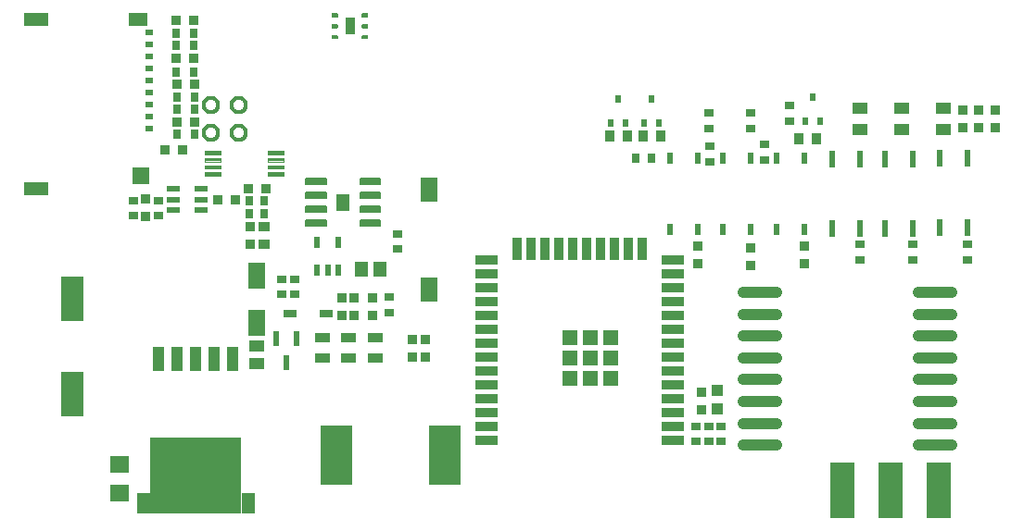
<source format=gbr>
G04 EAGLE Gerber RS-274X export*
G75*
%MOMM*%
%FSLAX34Y34*%
%LPD*%
%INSolderpaste Top*%
%IPPOS*%
%AMOC8*
5,1,8,0,0,1.08239X$1,22.5*%
G01*
%ADD10C,0.304800*%
%ADD11R,1.000000X1.100000*%
%ADD12R,2.000000X0.900000*%
%ADD13R,0.900000X2.000000*%
%ADD14R,1.330000X1.330000*%
%ADD15R,0.950000X0.900000*%
%ADD16R,0.900000X0.650000*%
%ADD17R,1.400000X0.900000*%
%ADD18R,0.940000X0.800000*%
%ADD19R,2.900000X5.400000*%
%ADD20R,1.550000X2.350000*%
%ADD21R,1.470000X1.020000*%
%ADD22R,2.000000X4.100000*%
%ADD23R,1.020000X2.160000*%
%ADD24R,8.330000X6.990000*%
%ADD25R,1.235000X1.910000*%
%ADD26R,1.200000X0.550000*%
%ADD27C,0.100000*%
%ADD28R,1.290000X1.640000*%
%ADD29C,0.150000*%
%ADD30R,0.900000X0.950000*%
%ADD31R,1.210000X0.730000*%
%ADD32R,0.558800X1.320800*%
%ADD33R,0.508000X1.320800*%
%ADD34R,0.800000X0.940000*%
%ADD35R,0.550000X1.050000*%
%ADD36R,1.200000X1.450000*%
%ADD37R,1.000000X0.900000*%
%ADD38C,1.016000*%
%ADD39R,2.286000X5.080000*%
%ADD40R,0.950000X1.520000*%
%ADD41R,1.820000X1.610000*%
%ADD42R,0.750000X0.500000*%
%ADD43R,1.800000X1.200000*%
%ADD44R,2.200000X1.200000*%
%ADD45R,1.500000X1.600000*%
%ADD46R,0.800000X0.950000*%
%ADD47R,1.600000X2.180000*%
%ADD48R,0.600000X1.500000*%
%ADD49R,1.450000X1.000000*%
%ADD50R,0.600000X1.000000*%
%ADD51R,0.650000X0.900000*%
%ADD52R,0.900000X1.000000*%
%ADD53R,0.500000X0.750000*%

G36*
X326427Y484557D02*
X326427Y484557D01*
X326422Y484564D01*
X326429Y484570D01*
X326429Y488570D01*
X326393Y488617D01*
X326386Y488612D01*
X326380Y488619D01*
X321380Y488619D01*
X321359Y488603D01*
X321345Y488605D01*
X320345Y487605D01*
X320344Y487593D01*
X320337Y487588D01*
X320342Y487581D01*
X320342Y487578D01*
X320331Y487570D01*
X320331Y485570D01*
X320347Y485549D01*
X320345Y485535D01*
X321345Y484535D01*
X321372Y484532D01*
X321380Y484521D01*
X326380Y484521D01*
X326427Y484557D01*
G37*
G36*
X326427Y504557D02*
X326427Y504557D01*
X326422Y504564D01*
X326429Y504570D01*
X326429Y508570D01*
X326393Y508617D01*
X326386Y508612D01*
X326380Y508619D01*
X321380Y508619D01*
X321359Y508603D01*
X321345Y508605D01*
X320345Y507605D01*
X320344Y507593D01*
X320337Y507588D01*
X320342Y507581D01*
X320342Y507578D01*
X320331Y507570D01*
X320331Y505570D01*
X320347Y505549D01*
X320345Y505535D01*
X321345Y504535D01*
X321372Y504532D01*
X321380Y504521D01*
X326380Y504521D01*
X326427Y504557D01*
G37*
G36*
X326427Y494557D02*
X326427Y494557D01*
X326422Y494564D01*
X326429Y494570D01*
X326429Y498570D01*
X326393Y498617D01*
X326386Y498612D01*
X326380Y498619D01*
X321380Y498619D01*
X321359Y498603D01*
X321345Y498605D01*
X320345Y497605D01*
X320344Y497593D01*
X320337Y497588D01*
X320342Y497581D01*
X320342Y497578D01*
X320331Y497570D01*
X320331Y495570D01*
X320347Y495549D01*
X320345Y495535D01*
X321345Y494535D01*
X321372Y494532D01*
X321380Y494521D01*
X326380Y494521D01*
X326427Y494557D01*
G37*
G36*
X298401Y504537D02*
X298401Y504537D01*
X298415Y504535D01*
X299415Y505535D01*
X299419Y505562D01*
X299429Y505570D01*
X299429Y507570D01*
X299413Y507591D01*
X299415Y507605D01*
X298415Y508605D01*
X298391Y508608D01*
X298391Y508609D01*
X298388Y508609D01*
X298380Y508619D01*
X293380Y508619D01*
X293333Y508583D01*
X293338Y508577D01*
X293333Y508573D01*
X293333Y508572D01*
X293331Y508570D01*
X293331Y504570D01*
X293367Y504523D01*
X293374Y504528D01*
X293380Y504521D01*
X298380Y504521D01*
X298401Y504537D01*
G37*
G36*
X298401Y494537D02*
X298401Y494537D01*
X298415Y494535D01*
X299415Y495535D01*
X299419Y495562D01*
X299429Y495570D01*
X299429Y497570D01*
X299413Y497591D01*
X299415Y497605D01*
X298415Y498605D01*
X298391Y498608D01*
X298391Y498609D01*
X298388Y498609D01*
X298380Y498619D01*
X293380Y498619D01*
X293333Y498583D01*
X293338Y498577D01*
X293333Y498573D01*
X293333Y498572D01*
X293331Y498570D01*
X293331Y494570D01*
X293367Y494523D01*
X293374Y494528D01*
X293380Y494521D01*
X298380Y494521D01*
X298401Y494537D01*
G37*
G36*
X298401Y484537D02*
X298401Y484537D01*
X298415Y484535D01*
X299415Y485535D01*
X299419Y485562D01*
X299429Y485570D01*
X299429Y487570D01*
X299413Y487591D01*
X299415Y487605D01*
X298415Y488605D01*
X298391Y488608D01*
X298388Y488608D01*
X298388Y488609D01*
X298380Y488619D01*
X293380Y488619D01*
X293333Y488583D01*
X293338Y488576D01*
X293333Y488573D01*
X293333Y488572D01*
X293331Y488570D01*
X293331Y484570D01*
X293367Y484523D01*
X293374Y484528D01*
X293380Y484521D01*
X298380Y484521D01*
X298401Y484537D01*
G37*
D10*
X176276Y398780D02*
X176278Y398942D01*
X176284Y399104D01*
X176294Y399266D01*
X176308Y399427D01*
X176326Y399588D01*
X176347Y399749D01*
X176373Y399909D01*
X176403Y400068D01*
X176436Y400227D01*
X176474Y400385D01*
X176515Y400541D01*
X176560Y400697D01*
X176609Y400852D01*
X176662Y401005D01*
X176719Y401157D01*
X176779Y401307D01*
X176843Y401456D01*
X176910Y401604D01*
X176981Y401749D01*
X177056Y401893D01*
X177134Y402035D01*
X177216Y402175D01*
X177301Y402313D01*
X177389Y402449D01*
X177481Y402583D01*
X177576Y402714D01*
X177674Y402843D01*
X177775Y402970D01*
X177879Y403094D01*
X177987Y403215D01*
X178097Y403334D01*
X178210Y403450D01*
X178326Y403563D01*
X178445Y403673D01*
X178566Y403781D01*
X178690Y403885D01*
X178817Y403986D01*
X178946Y404084D01*
X179077Y404179D01*
X179211Y404271D01*
X179347Y404359D01*
X179485Y404444D01*
X179625Y404526D01*
X179767Y404604D01*
X179911Y404679D01*
X180056Y404750D01*
X180204Y404817D01*
X180353Y404881D01*
X180503Y404941D01*
X180655Y404998D01*
X180808Y405051D01*
X180963Y405100D01*
X181119Y405145D01*
X181275Y405186D01*
X181433Y405224D01*
X181592Y405257D01*
X181751Y405287D01*
X181911Y405313D01*
X182072Y405334D01*
X182233Y405352D01*
X182394Y405366D01*
X182556Y405376D01*
X182718Y405382D01*
X182880Y405384D01*
X183042Y405382D01*
X183204Y405376D01*
X183366Y405366D01*
X183527Y405352D01*
X183688Y405334D01*
X183849Y405313D01*
X184009Y405287D01*
X184168Y405257D01*
X184327Y405224D01*
X184485Y405186D01*
X184641Y405145D01*
X184797Y405100D01*
X184952Y405051D01*
X185105Y404998D01*
X185257Y404941D01*
X185407Y404881D01*
X185556Y404817D01*
X185704Y404750D01*
X185849Y404679D01*
X185993Y404604D01*
X186135Y404526D01*
X186275Y404444D01*
X186413Y404359D01*
X186549Y404271D01*
X186683Y404179D01*
X186814Y404084D01*
X186943Y403986D01*
X187070Y403885D01*
X187194Y403781D01*
X187315Y403673D01*
X187434Y403563D01*
X187550Y403450D01*
X187663Y403334D01*
X187773Y403215D01*
X187881Y403094D01*
X187985Y402970D01*
X188086Y402843D01*
X188184Y402714D01*
X188279Y402583D01*
X188371Y402449D01*
X188459Y402313D01*
X188544Y402175D01*
X188626Y402035D01*
X188704Y401893D01*
X188779Y401749D01*
X188850Y401604D01*
X188917Y401456D01*
X188981Y401307D01*
X189041Y401157D01*
X189098Y401005D01*
X189151Y400852D01*
X189200Y400697D01*
X189245Y400541D01*
X189286Y400385D01*
X189324Y400227D01*
X189357Y400068D01*
X189387Y399909D01*
X189413Y399749D01*
X189434Y399588D01*
X189452Y399427D01*
X189466Y399266D01*
X189476Y399104D01*
X189482Y398942D01*
X189484Y398780D01*
X189482Y398618D01*
X189476Y398456D01*
X189466Y398294D01*
X189452Y398133D01*
X189434Y397972D01*
X189413Y397811D01*
X189387Y397651D01*
X189357Y397492D01*
X189324Y397333D01*
X189286Y397175D01*
X189245Y397019D01*
X189200Y396863D01*
X189151Y396708D01*
X189098Y396555D01*
X189041Y396403D01*
X188981Y396253D01*
X188917Y396104D01*
X188850Y395956D01*
X188779Y395811D01*
X188704Y395667D01*
X188626Y395525D01*
X188544Y395385D01*
X188459Y395247D01*
X188371Y395111D01*
X188279Y394977D01*
X188184Y394846D01*
X188086Y394717D01*
X187985Y394590D01*
X187881Y394466D01*
X187773Y394345D01*
X187663Y394226D01*
X187550Y394110D01*
X187434Y393997D01*
X187315Y393887D01*
X187194Y393779D01*
X187070Y393675D01*
X186943Y393574D01*
X186814Y393476D01*
X186683Y393381D01*
X186549Y393289D01*
X186413Y393201D01*
X186275Y393116D01*
X186135Y393034D01*
X185993Y392956D01*
X185849Y392881D01*
X185704Y392810D01*
X185556Y392743D01*
X185407Y392679D01*
X185257Y392619D01*
X185105Y392562D01*
X184952Y392509D01*
X184797Y392460D01*
X184641Y392415D01*
X184485Y392374D01*
X184327Y392336D01*
X184168Y392303D01*
X184009Y392273D01*
X183849Y392247D01*
X183688Y392226D01*
X183527Y392208D01*
X183366Y392194D01*
X183204Y392184D01*
X183042Y392178D01*
X182880Y392176D01*
X182718Y392178D01*
X182556Y392184D01*
X182394Y392194D01*
X182233Y392208D01*
X182072Y392226D01*
X181911Y392247D01*
X181751Y392273D01*
X181592Y392303D01*
X181433Y392336D01*
X181275Y392374D01*
X181119Y392415D01*
X180963Y392460D01*
X180808Y392509D01*
X180655Y392562D01*
X180503Y392619D01*
X180353Y392679D01*
X180204Y392743D01*
X180056Y392810D01*
X179911Y392881D01*
X179767Y392956D01*
X179625Y393034D01*
X179485Y393116D01*
X179347Y393201D01*
X179211Y393289D01*
X179077Y393381D01*
X178946Y393476D01*
X178817Y393574D01*
X178690Y393675D01*
X178566Y393779D01*
X178445Y393887D01*
X178326Y393997D01*
X178210Y394110D01*
X178097Y394226D01*
X177987Y394345D01*
X177879Y394466D01*
X177775Y394590D01*
X177674Y394717D01*
X177576Y394846D01*
X177481Y394977D01*
X177389Y395111D01*
X177301Y395247D01*
X177216Y395385D01*
X177134Y395525D01*
X177056Y395667D01*
X176981Y395811D01*
X176910Y395956D01*
X176843Y396104D01*
X176779Y396253D01*
X176719Y396403D01*
X176662Y396555D01*
X176609Y396708D01*
X176560Y396863D01*
X176515Y397019D01*
X176474Y397175D01*
X176436Y397333D01*
X176403Y397492D01*
X176373Y397651D01*
X176347Y397811D01*
X176326Y397972D01*
X176308Y398133D01*
X176294Y398294D01*
X176284Y398456D01*
X176278Y398618D01*
X176276Y398780D01*
X201657Y398780D02*
X201659Y398943D01*
X201665Y399105D01*
X201675Y399267D01*
X201689Y399429D01*
X201707Y399591D01*
X201729Y399752D01*
X201755Y399912D01*
X201784Y400072D01*
X201818Y400231D01*
X201855Y400389D01*
X201897Y400546D01*
X201942Y400703D01*
X201991Y400858D01*
X202044Y401011D01*
X202101Y401164D01*
X202161Y401315D01*
X202225Y401464D01*
X202293Y401612D01*
X202364Y401758D01*
X202439Y401902D01*
X202517Y402044D01*
X202599Y402185D01*
X202685Y402323D01*
X202773Y402460D01*
X202865Y402594D01*
X202960Y402725D01*
X203059Y402855D01*
X203160Y402982D01*
X203265Y403106D01*
X203373Y403228D01*
X203483Y403347D01*
X203597Y403463D01*
X203713Y403577D01*
X203832Y403687D01*
X203954Y403795D01*
X204078Y403900D01*
X204205Y404001D01*
X204335Y404100D01*
X204466Y404195D01*
X204600Y404287D01*
X204737Y404375D01*
X204875Y404461D01*
X205016Y404543D01*
X205158Y404621D01*
X205302Y404696D01*
X205448Y404767D01*
X205596Y404835D01*
X205745Y404899D01*
X205896Y404959D01*
X206049Y405016D01*
X206202Y405069D01*
X206357Y405118D01*
X206514Y405163D01*
X206671Y405205D01*
X206829Y405242D01*
X206988Y405276D01*
X207148Y405305D01*
X207308Y405331D01*
X207469Y405353D01*
X207631Y405371D01*
X207793Y405385D01*
X207955Y405395D01*
X208117Y405401D01*
X208280Y405403D01*
X208443Y405401D01*
X208605Y405395D01*
X208767Y405385D01*
X208929Y405371D01*
X209091Y405353D01*
X209252Y405331D01*
X209412Y405305D01*
X209572Y405276D01*
X209731Y405242D01*
X209889Y405205D01*
X210046Y405163D01*
X210203Y405118D01*
X210358Y405069D01*
X210511Y405016D01*
X210664Y404959D01*
X210815Y404899D01*
X210964Y404835D01*
X211112Y404767D01*
X211258Y404696D01*
X211402Y404621D01*
X211544Y404543D01*
X211685Y404461D01*
X211823Y404375D01*
X211960Y404287D01*
X212094Y404195D01*
X212225Y404100D01*
X212355Y404001D01*
X212482Y403900D01*
X212606Y403795D01*
X212728Y403687D01*
X212847Y403577D01*
X212963Y403463D01*
X213077Y403347D01*
X213187Y403228D01*
X213295Y403106D01*
X213400Y402982D01*
X213501Y402855D01*
X213600Y402725D01*
X213695Y402594D01*
X213787Y402460D01*
X213875Y402323D01*
X213961Y402185D01*
X214043Y402044D01*
X214121Y401902D01*
X214196Y401758D01*
X214267Y401612D01*
X214335Y401464D01*
X214399Y401315D01*
X214459Y401164D01*
X214516Y401011D01*
X214569Y400858D01*
X214618Y400703D01*
X214663Y400546D01*
X214705Y400389D01*
X214742Y400231D01*
X214776Y400072D01*
X214805Y399912D01*
X214831Y399752D01*
X214853Y399591D01*
X214871Y399429D01*
X214885Y399267D01*
X214895Y399105D01*
X214901Y398943D01*
X214903Y398780D01*
X214901Y398617D01*
X214895Y398455D01*
X214885Y398293D01*
X214871Y398131D01*
X214853Y397969D01*
X214831Y397808D01*
X214805Y397648D01*
X214776Y397488D01*
X214742Y397329D01*
X214705Y397171D01*
X214663Y397014D01*
X214618Y396857D01*
X214569Y396702D01*
X214516Y396549D01*
X214459Y396396D01*
X214399Y396245D01*
X214335Y396096D01*
X214267Y395948D01*
X214196Y395802D01*
X214121Y395658D01*
X214043Y395516D01*
X213961Y395375D01*
X213875Y395237D01*
X213787Y395100D01*
X213695Y394966D01*
X213600Y394835D01*
X213501Y394705D01*
X213400Y394578D01*
X213295Y394454D01*
X213187Y394332D01*
X213077Y394213D01*
X212963Y394097D01*
X212847Y393983D01*
X212728Y393873D01*
X212606Y393765D01*
X212482Y393660D01*
X212355Y393559D01*
X212225Y393460D01*
X212094Y393365D01*
X211960Y393273D01*
X211823Y393185D01*
X211685Y393099D01*
X211544Y393017D01*
X211402Y392939D01*
X211258Y392864D01*
X211112Y392793D01*
X210964Y392725D01*
X210815Y392661D01*
X210664Y392601D01*
X210511Y392544D01*
X210358Y392491D01*
X210203Y392442D01*
X210046Y392397D01*
X209889Y392355D01*
X209731Y392318D01*
X209572Y392284D01*
X209412Y392255D01*
X209252Y392229D01*
X209091Y392207D01*
X208929Y392189D01*
X208767Y392175D01*
X208605Y392165D01*
X208443Y392159D01*
X208280Y392157D01*
X208117Y392159D01*
X207955Y392165D01*
X207793Y392175D01*
X207631Y392189D01*
X207469Y392207D01*
X207308Y392229D01*
X207148Y392255D01*
X206988Y392284D01*
X206829Y392318D01*
X206671Y392355D01*
X206514Y392397D01*
X206357Y392442D01*
X206202Y392491D01*
X206049Y392544D01*
X205896Y392601D01*
X205745Y392661D01*
X205596Y392725D01*
X205448Y392793D01*
X205302Y392864D01*
X205158Y392939D01*
X205016Y393017D01*
X204875Y393099D01*
X204737Y393185D01*
X204600Y393273D01*
X204466Y393365D01*
X204335Y393460D01*
X204205Y393559D01*
X204078Y393660D01*
X203954Y393765D01*
X203832Y393873D01*
X203713Y393983D01*
X203597Y394097D01*
X203483Y394213D01*
X203373Y394332D01*
X203265Y394454D01*
X203160Y394578D01*
X203059Y394705D01*
X202960Y394835D01*
X202865Y394966D01*
X202773Y395100D01*
X202685Y395237D01*
X202599Y395375D01*
X202517Y395516D01*
X202439Y395658D01*
X202364Y395802D01*
X202293Y395948D01*
X202225Y396096D01*
X202161Y396245D01*
X202101Y396396D01*
X202044Y396549D01*
X201991Y396702D01*
X201942Y396857D01*
X201897Y397014D01*
X201855Y397171D01*
X201818Y397329D01*
X201784Y397488D01*
X201755Y397648D01*
X201729Y397808D01*
X201707Y397969D01*
X201689Y398131D01*
X201675Y398293D01*
X201665Y398455D01*
X201659Y398617D01*
X201657Y398780D01*
X176276Y424180D02*
X176278Y424342D01*
X176284Y424504D01*
X176294Y424666D01*
X176308Y424827D01*
X176326Y424988D01*
X176347Y425149D01*
X176373Y425309D01*
X176403Y425468D01*
X176436Y425627D01*
X176474Y425785D01*
X176515Y425941D01*
X176560Y426097D01*
X176609Y426252D01*
X176662Y426405D01*
X176719Y426557D01*
X176779Y426707D01*
X176843Y426856D01*
X176910Y427004D01*
X176981Y427149D01*
X177056Y427293D01*
X177134Y427435D01*
X177216Y427575D01*
X177301Y427713D01*
X177389Y427849D01*
X177481Y427983D01*
X177576Y428114D01*
X177674Y428243D01*
X177775Y428370D01*
X177879Y428494D01*
X177987Y428615D01*
X178097Y428734D01*
X178210Y428850D01*
X178326Y428963D01*
X178445Y429073D01*
X178566Y429181D01*
X178690Y429285D01*
X178817Y429386D01*
X178946Y429484D01*
X179077Y429579D01*
X179211Y429671D01*
X179347Y429759D01*
X179485Y429844D01*
X179625Y429926D01*
X179767Y430004D01*
X179911Y430079D01*
X180056Y430150D01*
X180204Y430217D01*
X180353Y430281D01*
X180503Y430341D01*
X180655Y430398D01*
X180808Y430451D01*
X180963Y430500D01*
X181119Y430545D01*
X181275Y430586D01*
X181433Y430624D01*
X181592Y430657D01*
X181751Y430687D01*
X181911Y430713D01*
X182072Y430734D01*
X182233Y430752D01*
X182394Y430766D01*
X182556Y430776D01*
X182718Y430782D01*
X182880Y430784D01*
X183042Y430782D01*
X183204Y430776D01*
X183366Y430766D01*
X183527Y430752D01*
X183688Y430734D01*
X183849Y430713D01*
X184009Y430687D01*
X184168Y430657D01*
X184327Y430624D01*
X184485Y430586D01*
X184641Y430545D01*
X184797Y430500D01*
X184952Y430451D01*
X185105Y430398D01*
X185257Y430341D01*
X185407Y430281D01*
X185556Y430217D01*
X185704Y430150D01*
X185849Y430079D01*
X185993Y430004D01*
X186135Y429926D01*
X186275Y429844D01*
X186413Y429759D01*
X186549Y429671D01*
X186683Y429579D01*
X186814Y429484D01*
X186943Y429386D01*
X187070Y429285D01*
X187194Y429181D01*
X187315Y429073D01*
X187434Y428963D01*
X187550Y428850D01*
X187663Y428734D01*
X187773Y428615D01*
X187881Y428494D01*
X187985Y428370D01*
X188086Y428243D01*
X188184Y428114D01*
X188279Y427983D01*
X188371Y427849D01*
X188459Y427713D01*
X188544Y427575D01*
X188626Y427435D01*
X188704Y427293D01*
X188779Y427149D01*
X188850Y427004D01*
X188917Y426856D01*
X188981Y426707D01*
X189041Y426557D01*
X189098Y426405D01*
X189151Y426252D01*
X189200Y426097D01*
X189245Y425941D01*
X189286Y425785D01*
X189324Y425627D01*
X189357Y425468D01*
X189387Y425309D01*
X189413Y425149D01*
X189434Y424988D01*
X189452Y424827D01*
X189466Y424666D01*
X189476Y424504D01*
X189482Y424342D01*
X189484Y424180D01*
X189482Y424018D01*
X189476Y423856D01*
X189466Y423694D01*
X189452Y423533D01*
X189434Y423372D01*
X189413Y423211D01*
X189387Y423051D01*
X189357Y422892D01*
X189324Y422733D01*
X189286Y422575D01*
X189245Y422419D01*
X189200Y422263D01*
X189151Y422108D01*
X189098Y421955D01*
X189041Y421803D01*
X188981Y421653D01*
X188917Y421504D01*
X188850Y421356D01*
X188779Y421211D01*
X188704Y421067D01*
X188626Y420925D01*
X188544Y420785D01*
X188459Y420647D01*
X188371Y420511D01*
X188279Y420377D01*
X188184Y420246D01*
X188086Y420117D01*
X187985Y419990D01*
X187881Y419866D01*
X187773Y419745D01*
X187663Y419626D01*
X187550Y419510D01*
X187434Y419397D01*
X187315Y419287D01*
X187194Y419179D01*
X187070Y419075D01*
X186943Y418974D01*
X186814Y418876D01*
X186683Y418781D01*
X186549Y418689D01*
X186413Y418601D01*
X186275Y418516D01*
X186135Y418434D01*
X185993Y418356D01*
X185849Y418281D01*
X185704Y418210D01*
X185556Y418143D01*
X185407Y418079D01*
X185257Y418019D01*
X185105Y417962D01*
X184952Y417909D01*
X184797Y417860D01*
X184641Y417815D01*
X184485Y417774D01*
X184327Y417736D01*
X184168Y417703D01*
X184009Y417673D01*
X183849Y417647D01*
X183688Y417626D01*
X183527Y417608D01*
X183366Y417594D01*
X183204Y417584D01*
X183042Y417578D01*
X182880Y417576D01*
X182718Y417578D01*
X182556Y417584D01*
X182394Y417594D01*
X182233Y417608D01*
X182072Y417626D01*
X181911Y417647D01*
X181751Y417673D01*
X181592Y417703D01*
X181433Y417736D01*
X181275Y417774D01*
X181119Y417815D01*
X180963Y417860D01*
X180808Y417909D01*
X180655Y417962D01*
X180503Y418019D01*
X180353Y418079D01*
X180204Y418143D01*
X180056Y418210D01*
X179911Y418281D01*
X179767Y418356D01*
X179625Y418434D01*
X179485Y418516D01*
X179347Y418601D01*
X179211Y418689D01*
X179077Y418781D01*
X178946Y418876D01*
X178817Y418974D01*
X178690Y419075D01*
X178566Y419179D01*
X178445Y419287D01*
X178326Y419397D01*
X178210Y419510D01*
X178097Y419626D01*
X177987Y419745D01*
X177879Y419866D01*
X177775Y419990D01*
X177674Y420117D01*
X177576Y420246D01*
X177481Y420377D01*
X177389Y420511D01*
X177301Y420647D01*
X177216Y420785D01*
X177134Y420925D01*
X177056Y421067D01*
X176981Y421211D01*
X176910Y421356D01*
X176843Y421504D01*
X176779Y421653D01*
X176719Y421803D01*
X176662Y421955D01*
X176609Y422108D01*
X176560Y422263D01*
X176515Y422419D01*
X176474Y422575D01*
X176436Y422733D01*
X176403Y422892D01*
X176373Y423051D01*
X176347Y423211D01*
X176326Y423372D01*
X176308Y423533D01*
X176294Y423694D01*
X176284Y423856D01*
X176278Y424018D01*
X176276Y424180D01*
X201657Y424180D02*
X201659Y424343D01*
X201665Y424505D01*
X201675Y424667D01*
X201689Y424829D01*
X201707Y424991D01*
X201729Y425152D01*
X201755Y425312D01*
X201784Y425472D01*
X201818Y425631D01*
X201855Y425789D01*
X201897Y425946D01*
X201942Y426103D01*
X201991Y426258D01*
X202044Y426411D01*
X202101Y426564D01*
X202161Y426715D01*
X202225Y426864D01*
X202293Y427012D01*
X202364Y427158D01*
X202439Y427302D01*
X202517Y427444D01*
X202599Y427585D01*
X202685Y427723D01*
X202773Y427860D01*
X202865Y427994D01*
X202960Y428125D01*
X203059Y428255D01*
X203160Y428382D01*
X203265Y428506D01*
X203373Y428628D01*
X203483Y428747D01*
X203597Y428863D01*
X203713Y428977D01*
X203832Y429087D01*
X203954Y429195D01*
X204078Y429300D01*
X204205Y429401D01*
X204335Y429500D01*
X204466Y429595D01*
X204600Y429687D01*
X204737Y429775D01*
X204875Y429861D01*
X205016Y429943D01*
X205158Y430021D01*
X205302Y430096D01*
X205448Y430167D01*
X205596Y430235D01*
X205745Y430299D01*
X205896Y430359D01*
X206049Y430416D01*
X206202Y430469D01*
X206357Y430518D01*
X206514Y430563D01*
X206671Y430605D01*
X206829Y430642D01*
X206988Y430676D01*
X207148Y430705D01*
X207308Y430731D01*
X207469Y430753D01*
X207631Y430771D01*
X207793Y430785D01*
X207955Y430795D01*
X208117Y430801D01*
X208280Y430803D01*
X208443Y430801D01*
X208605Y430795D01*
X208767Y430785D01*
X208929Y430771D01*
X209091Y430753D01*
X209252Y430731D01*
X209412Y430705D01*
X209572Y430676D01*
X209731Y430642D01*
X209889Y430605D01*
X210046Y430563D01*
X210203Y430518D01*
X210358Y430469D01*
X210511Y430416D01*
X210664Y430359D01*
X210815Y430299D01*
X210964Y430235D01*
X211112Y430167D01*
X211258Y430096D01*
X211402Y430021D01*
X211544Y429943D01*
X211685Y429861D01*
X211823Y429775D01*
X211960Y429687D01*
X212094Y429595D01*
X212225Y429500D01*
X212355Y429401D01*
X212482Y429300D01*
X212606Y429195D01*
X212728Y429087D01*
X212847Y428977D01*
X212963Y428863D01*
X213077Y428747D01*
X213187Y428628D01*
X213295Y428506D01*
X213400Y428382D01*
X213501Y428255D01*
X213600Y428125D01*
X213695Y427994D01*
X213787Y427860D01*
X213875Y427723D01*
X213961Y427585D01*
X214043Y427444D01*
X214121Y427302D01*
X214196Y427158D01*
X214267Y427012D01*
X214335Y426864D01*
X214399Y426715D01*
X214459Y426564D01*
X214516Y426411D01*
X214569Y426258D01*
X214618Y426103D01*
X214663Y425946D01*
X214705Y425789D01*
X214742Y425631D01*
X214776Y425472D01*
X214805Y425312D01*
X214831Y425152D01*
X214853Y424991D01*
X214871Y424829D01*
X214885Y424667D01*
X214895Y424505D01*
X214901Y424343D01*
X214903Y424180D01*
X214901Y424017D01*
X214895Y423855D01*
X214885Y423693D01*
X214871Y423531D01*
X214853Y423369D01*
X214831Y423208D01*
X214805Y423048D01*
X214776Y422888D01*
X214742Y422729D01*
X214705Y422571D01*
X214663Y422414D01*
X214618Y422257D01*
X214569Y422102D01*
X214516Y421949D01*
X214459Y421796D01*
X214399Y421645D01*
X214335Y421496D01*
X214267Y421348D01*
X214196Y421202D01*
X214121Y421058D01*
X214043Y420916D01*
X213961Y420775D01*
X213875Y420637D01*
X213787Y420500D01*
X213695Y420366D01*
X213600Y420235D01*
X213501Y420105D01*
X213400Y419978D01*
X213295Y419854D01*
X213187Y419732D01*
X213077Y419613D01*
X212963Y419497D01*
X212847Y419383D01*
X212728Y419273D01*
X212606Y419165D01*
X212482Y419060D01*
X212355Y418959D01*
X212225Y418860D01*
X212094Y418765D01*
X211960Y418673D01*
X211823Y418585D01*
X211685Y418499D01*
X211544Y418417D01*
X211402Y418339D01*
X211258Y418264D01*
X211112Y418193D01*
X210964Y418125D01*
X210815Y418061D01*
X210664Y418001D01*
X210511Y417944D01*
X210358Y417891D01*
X210203Y417842D01*
X210046Y417797D01*
X209889Y417755D01*
X209731Y417718D01*
X209572Y417684D01*
X209412Y417655D01*
X209252Y417629D01*
X209091Y417607D01*
X208929Y417589D01*
X208767Y417575D01*
X208605Y417565D01*
X208443Y417559D01*
X208280Y417557D01*
X208117Y417559D01*
X207955Y417565D01*
X207793Y417575D01*
X207631Y417589D01*
X207469Y417607D01*
X207308Y417629D01*
X207148Y417655D01*
X206988Y417684D01*
X206829Y417718D01*
X206671Y417755D01*
X206514Y417797D01*
X206357Y417842D01*
X206202Y417891D01*
X206049Y417944D01*
X205896Y418001D01*
X205745Y418061D01*
X205596Y418125D01*
X205448Y418193D01*
X205302Y418264D01*
X205158Y418339D01*
X205016Y418417D01*
X204875Y418499D01*
X204737Y418585D01*
X204600Y418673D01*
X204466Y418765D01*
X204335Y418860D01*
X204205Y418959D01*
X204078Y419060D01*
X203954Y419165D01*
X203832Y419273D01*
X203713Y419383D01*
X203597Y419497D01*
X203483Y419613D01*
X203373Y419732D01*
X203265Y419854D01*
X203160Y419978D01*
X203059Y420105D01*
X202960Y420235D01*
X202865Y420366D01*
X202773Y420500D01*
X202685Y420637D01*
X202599Y420775D01*
X202517Y420916D01*
X202439Y421058D01*
X202364Y421202D01*
X202293Y421348D01*
X202225Y421496D01*
X202161Y421645D01*
X202101Y421796D01*
X202044Y421949D01*
X201991Y422102D01*
X201942Y422257D01*
X201897Y422414D01*
X201855Y422571D01*
X201818Y422729D01*
X201784Y422888D01*
X201755Y423048D01*
X201729Y423208D01*
X201707Y423369D01*
X201689Y423531D01*
X201675Y423693D01*
X201665Y423855D01*
X201659Y424017D01*
X201657Y424180D01*
D11*
X645160Y146440D03*
X645160Y163440D03*
D12*
X604430Y117580D03*
X604430Y130280D03*
X604430Y142980D03*
X604430Y155680D03*
X604430Y168380D03*
X604430Y181080D03*
X604430Y193780D03*
X604430Y206480D03*
X604430Y219180D03*
X604430Y231880D03*
X604430Y244580D03*
X604430Y257280D03*
X604430Y269980D03*
X604430Y282680D03*
D13*
X576580Y292680D03*
X563880Y292680D03*
X551180Y292680D03*
X538480Y292680D03*
X525780Y292680D03*
X513080Y292680D03*
X500380Y292680D03*
X487680Y292680D03*
X474980Y292680D03*
X462280Y292680D03*
D12*
X434430Y282680D03*
X434430Y269980D03*
X434430Y257280D03*
X434430Y244580D03*
X434430Y231880D03*
X434430Y219180D03*
X434430Y206480D03*
X434430Y193780D03*
X434430Y181080D03*
X434430Y168380D03*
X434430Y155680D03*
X434430Y142980D03*
X434430Y130280D03*
X434430Y117580D03*
D14*
X547780Y174230D03*
X529430Y174230D03*
X511080Y174230D03*
X547780Y192580D03*
X529430Y192580D03*
X511080Y192580D03*
X547780Y210930D03*
X529430Y210930D03*
X511080Y210930D03*
D15*
X631190Y161670D03*
X631190Y145670D03*
D16*
X345440Y248550D03*
X345440Y234050D03*
D17*
X332740Y192430D03*
X332740Y211430D03*
D18*
X637540Y116490D03*
X637540Y129890D03*
X626110Y116490D03*
X626110Y129890D03*
D19*
X297210Y104140D03*
X396210Y104140D03*
D20*
X224790Y224880D03*
X224790Y267880D03*
D21*
X224790Y187480D03*
X224790Y203680D03*
D22*
X55880Y159700D03*
X55880Y246700D03*
D23*
X202910Y191920D03*
X185910Y191920D03*
X168910Y191920D03*
X151910Y191920D03*
X134910Y191920D03*
D24*
X168910Y85170D03*
D25*
X121085Y59770D03*
X216735Y59770D03*
D26*
X174290Y328320D03*
X174290Y337820D03*
X174290Y347320D03*
X148290Y347320D03*
X148290Y328320D03*
X148290Y337820D03*
D27*
X177260Y379090D02*
X191860Y379090D01*
X177260Y379090D02*
X177260Y382090D01*
X191860Y382090D01*
X191860Y379090D01*
X191860Y380040D02*
X177260Y380040D01*
X177260Y380990D02*
X191860Y380990D01*
X191860Y381940D02*
X177260Y381940D01*
X177260Y372590D02*
X191860Y372590D01*
X177260Y372590D02*
X177260Y375590D01*
X191860Y375590D01*
X191860Y372590D01*
X191860Y373540D02*
X177260Y373540D01*
X177260Y374490D02*
X191860Y374490D01*
X191860Y375440D02*
X177260Y375440D01*
X177260Y366090D02*
X191860Y366090D01*
X177260Y366090D02*
X177260Y369090D01*
X191860Y369090D01*
X191860Y366090D01*
X191860Y367040D02*
X177260Y367040D01*
X177260Y367990D02*
X191860Y367990D01*
X191860Y368940D02*
X177260Y368940D01*
X177260Y359590D02*
X191860Y359590D01*
X177260Y359590D02*
X177260Y362590D01*
X191860Y362590D01*
X191860Y359590D01*
X191860Y360540D02*
X177260Y360540D01*
X177260Y361490D02*
X191860Y361490D01*
X191860Y362440D02*
X177260Y362440D01*
X234860Y359590D02*
X249460Y359590D01*
X234860Y359590D02*
X234860Y362590D01*
X249460Y362590D01*
X249460Y359590D01*
X249460Y360540D02*
X234860Y360540D01*
X234860Y361490D02*
X249460Y361490D01*
X249460Y362440D02*
X234860Y362440D01*
X234860Y366090D02*
X249460Y366090D01*
X234860Y366090D02*
X234860Y369090D01*
X249460Y369090D01*
X249460Y366090D01*
X249460Y367040D02*
X234860Y367040D01*
X234860Y367990D02*
X249460Y367990D01*
X249460Y368940D02*
X234860Y368940D01*
X234860Y372590D02*
X249460Y372590D01*
X234860Y372590D02*
X234860Y375590D01*
X249460Y375590D01*
X249460Y372590D01*
X249460Y373540D02*
X234860Y373540D01*
X234860Y374490D02*
X249460Y374490D01*
X249460Y375440D02*
X234860Y375440D01*
X234860Y379090D02*
X249460Y379090D01*
X234860Y379090D02*
X234860Y382090D01*
X249460Y382090D01*
X249460Y379090D01*
X249460Y380040D02*
X234860Y380040D01*
X234860Y380990D02*
X249460Y380990D01*
X249460Y381940D02*
X234860Y381940D01*
D28*
X303530Y335280D03*
D29*
X287880Y352080D02*
X269680Y352080D01*
X269680Y356580D01*
X287880Y356580D01*
X287880Y352080D01*
X287880Y353505D02*
X269680Y353505D01*
X269680Y354930D02*
X287880Y354930D01*
X287880Y356355D02*
X269680Y356355D01*
X269680Y339380D02*
X287880Y339380D01*
X269680Y339380D02*
X269680Y343880D01*
X287880Y343880D01*
X287880Y339380D01*
X287880Y340805D02*
X269680Y340805D01*
X269680Y342230D02*
X287880Y342230D01*
X287880Y343655D02*
X269680Y343655D01*
X269680Y326680D02*
X287880Y326680D01*
X269680Y326680D02*
X269680Y331180D01*
X287880Y331180D01*
X287880Y326680D01*
X287880Y328105D02*
X269680Y328105D01*
X269680Y329530D02*
X287880Y329530D01*
X287880Y330955D02*
X269680Y330955D01*
X269680Y313980D02*
X287880Y313980D01*
X269680Y313980D02*
X269680Y318480D01*
X287880Y318480D01*
X287880Y313980D01*
X287880Y315405D02*
X269680Y315405D01*
X269680Y316830D02*
X287880Y316830D01*
X287880Y318255D02*
X269680Y318255D01*
X319180Y313980D02*
X337380Y313980D01*
X319180Y313980D02*
X319180Y318480D01*
X337380Y318480D01*
X337380Y313980D01*
X337380Y315405D02*
X319180Y315405D01*
X319180Y316830D02*
X337380Y316830D01*
X337380Y318255D02*
X319180Y318255D01*
X319180Y326680D02*
X337380Y326680D01*
X319180Y326680D02*
X319180Y331180D01*
X337380Y331180D01*
X337380Y326680D01*
X337380Y328105D02*
X319180Y328105D01*
X319180Y329530D02*
X337380Y329530D01*
X337380Y330955D02*
X319180Y330955D01*
X319180Y339380D02*
X337380Y339380D01*
X319180Y339380D02*
X319180Y343880D01*
X337380Y343880D01*
X337380Y339380D01*
X337380Y340805D02*
X319180Y340805D01*
X319180Y342230D02*
X337380Y342230D01*
X337380Y343655D02*
X319180Y343655D01*
X319180Y352080D02*
X337380Y352080D01*
X319180Y352080D02*
X319180Y356580D01*
X337380Y356580D01*
X337380Y352080D01*
X337380Y353505D02*
X319180Y353505D01*
X319180Y354930D02*
X337380Y354930D01*
X337380Y356355D02*
X319180Y356355D01*
D15*
X313690Y248030D03*
X313690Y232030D03*
D17*
X308610Y192430D03*
X308610Y211430D03*
X284480Y192430D03*
X284480Y211430D03*
D15*
X330200Y248030D03*
X330200Y232030D03*
D30*
X216790Y347980D03*
X232790Y347980D03*
D31*
X254980Y233680D03*
X288580Y233680D03*
D32*
X260858Y210312D03*
X242062Y210312D03*
D33*
X251460Y188468D03*
D34*
X218090Y325120D03*
X231490Y325120D03*
X218090Y336550D03*
X231490Y336550D03*
D18*
X259080Y264510D03*
X259080Y251110D03*
D15*
X123190Y337946D03*
X123190Y321946D03*
D18*
X134620Y323500D03*
X134620Y336900D03*
D30*
X204850Y337820D03*
X188850Y337820D03*
D18*
X111760Y336900D03*
X111760Y323500D03*
D35*
X280060Y272750D03*
X289560Y272750D03*
X299060Y272750D03*
X299060Y298750D03*
X280060Y298750D03*
D18*
X247650Y264510D03*
X247650Y251110D03*
D36*
X320430Y274320D03*
X337430Y274320D03*
D15*
X218440Y296800D03*
X218440Y312800D03*
D37*
X231140Y296800D03*
X231140Y312800D03*
D38*
X669370Y252910D02*
X699850Y252910D01*
X829370Y252910D02*
X859850Y252910D01*
X699850Y232910D02*
X669370Y232910D01*
X669370Y212910D02*
X699850Y212910D01*
X699850Y192910D02*
X669370Y192910D01*
X669370Y172910D02*
X699850Y172910D01*
X699850Y152910D02*
X669370Y152910D01*
X669370Y132910D02*
X699850Y132910D01*
X699850Y112910D02*
X669370Y112910D01*
X829370Y232910D02*
X859850Y232910D01*
X859850Y212910D02*
X829370Y212910D01*
X829370Y192910D02*
X859850Y192910D01*
X859850Y172910D02*
X829370Y172910D01*
X829370Y152910D02*
X859850Y152910D01*
X859850Y132910D02*
X829370Y132910D01*
X829370Y112910D02*
X859850Y112910D01*
D39*
X803910Y71374D03*
X759714Y71374D03*
X848106Y71374D03*
D18*
X648970Y116490D03*
X648970Y129890D03*
D15*
X378460Y209930D03*
X378460Y193930D03*
X367030Y209930D03*
X367030Y193930D03*
D40*
X309880Y496570D03*
D15*
X302260Y232030D03*
X302260Y248030D03*
D41*
X99804Y69332D03*
X99804Y95332D03*
D42*
X126710Y490860D03*
X126710Y479860D03*
X126710Y468860D03*
X126710Y457860D03*
X126710Y446860D03*
X126710Y435860D03*
X126710Y424860D03*
X126710Y413860D03*
X126710Y402860D03*
D43*
X116460Y502860D03*
D44*
X23460Y502860D03*
D45*
X118960Y359610D03*
D44*
X23460Y347860D03*
D30*
X140590Y383540D03*
X156590Y383540D03*
X152020Y408940D03*
X168020Y408940D03*
X152020Y443230D03*
X168020Y443230D03*
X150750Y467360D03*
X166750Y467360D03*
D46*
X150750Y478790D03*
X166750Y478790D03*
X150750Y454660D03*
X166750Y454660D03*
X152020Y431800D03*
X168020Y431800D03*
X152020Y420370D03*
X168020Y420370D03*
X152020Y397510D03*
X168020Y397510D03*
D18*
X353060Y306420D03*
X353060Y293020D03*
D47*
X382270Y346990D03*
X382270Y254990D03*
D48*
X775970Y374650D03*
X750570Y374650D03*
X750570Y311150D03*
X775970Y311150D03*
D49*
X775970Y401980D03*
X775970Y420980D03*
D15*
X899160Y419480D03*
X899160Y403480D03*
D16*
X775970Y282310D03*
X775970Y296810D03*
D48*
X824230Y374650D03*
X798830Y374650D03*
X798830Y311150D03*
X824230Y311150D03*
D49*
X814070Y401980D03*
X814070Y420980D03*
D15*
X883920Y419480D03*
X883920Y403480D03*
D16*
X824230Y282310D03*
X824230Y296810D03*
D48*
X873760Y375920D03*
X848360Y375920D03*
X848360Y312420D03*
X873760Y312420D03*
D49*
X852170Y401980D03*
X852170Y420980D03*
D15*
X869950Y419480D03*
X869950Y403480D03*
D16*
X873760Y282310D03*
X873760Y296810D03*
D50*
X601980Y310500D03*
X627380Y310500D03*
X627380Y375300D03*
X601980Y375300D03*
D15*
X627380Y279020D03*
X627380Y295020D03*
D51*
X570600Y375920D03*
X585100Y375920D03*
D52*
X546990Y396240D03*
X562990Y396240D03*
D53*
X548490Y408100D03*
X561490Y408100D03*
X554990Y430100D03*
D16*
X637540Y402960D03*
X637540Y417460D03*
D50*
X650240Y310500D03*
X675640Y310500D03*
X675640Y375300D03*
X650240Y375300D03*
D15*
X675640Y277750D03*
X675640Y293750D03*
D16*
X638810Y386980D03*
X638810Y372480D03*
D52*
X577470Y396240D03*
X593470Y396240D03*
D53*
X578970Y408100D03*
X591970Y408100D03*
X585470Y430100D03*
D16*
X675640Y402960D03*
X675640Y417460D03*
D50*
X699770Y310500D03*
X725170Y310500D03*
X725170Y375300D03*
X699770Y375300D03*
D15*
X725170Y279020D03*
X725170Y295020D03*
D16*
X688340Y388250D03*
X688340Y373750D03*
D52*
X719710Y393700D03*
X735710Y393700D03*
D53*
X726290Y409370D03*
X739290Y409370D03*
X732790Y431370D03*
D16*
X711200Y409310D03*
X711200Y423810D03*
D30*
X150750Y501650D03*
X166750Y501650D03*
D46*
X150750Y490220D03*
X166750Y490220D03*
M02*

</source>
